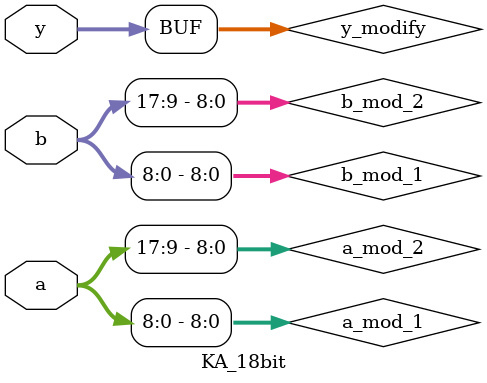
<source format=v>
`timescale 1ns / 1ps

module KA_18bit(
    a,
    b,
    y
    );

input [17:0] a;
input [17:0] b;

input [34:0] y;


wire [8:0] a_mod_1; //9
wire [8:0] b_mod_1; //9
wire [16:0] y_mod_1;  //17

wire [8:0] a_mod_2; //9
wire [8:0] b_mod_2; //9
wire [16:0] y_mod_2; //17

wire [8:0] a_mod_3; //9
wire [8:0] b_mod_3; //9
wire [16:0] y_mod_3; //17

wire [16:0] B1_out1, B1_out2, B1_out3;

wire [34:0] y_modify;


KA_9bit bit_mod_1 (.y(y_mod_1), .a(a_mod_1), .b(b_mod_1));
KA_9bit bit_mod_2 (.y(y_mod_2), .a(a_mod_2), .b(b_mod_2));
KA_9bit bit_mod_3 (.y(y_mod_3), .a(a_mod_3), .b(b_mod_3));

assign a_mod_1 = a[8:0], b_mod_1 = b[8:0];

assign a_mod_2 = a[17:9], b_mod_2 = b[17:9];

assign a_mod_3 = a[8:0]^a[17:9], b_mod_3 = b[8:0]^b[17:9];



assign B1_out1 = y_mod_1;

assign B1_out2 = y_mod_1 ^ y_mod_2 ^ y_mod_3 ;

assign B1_out3 = y_mod_2;


overlap_module_18bit ov_mod (
        .B2_in1(B1_out1),
        .B2_in2(B1_out2),
        .B2_in3(B1_out3),
        .B2_out(y_modify)
        );

assign y = y_modify[34:0];

endmodule
</source>
